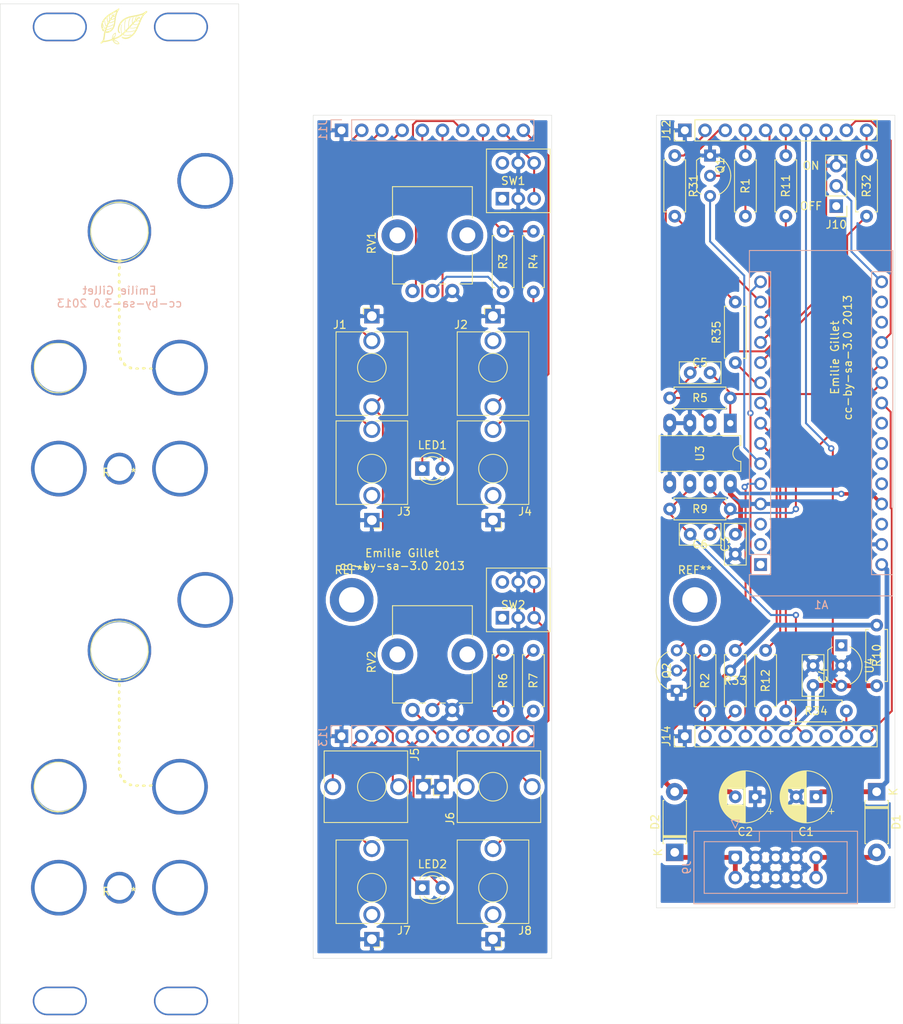
<source format=kicad_pcb>
(kicad_pcb (version 20211014) (generator pcbnew)
  (layers (0 "F.Cu" signal) (31 "B.Cu" signal) (34 "B.Paste" user) (35 "F.Paste" user) (36 "B.SilkS" user "B.Silkscreen") (37 "F.SilkS" user "F.Silkscreen") (38 "B.Mask" user) (39 "F.Mask" user) (44 "Edge.Cuts" user))
  (net 0 "")
  (net 1 "AUTONOISE")
  (net 2 "+12V")
  (net 3 "OUT2B")
  (net 4 "GND")
  (net 5 "OUT2A")
  (net 6 "Net-(A1-Pad28)")
  (net 7 "OUT1B")
  (net 8 "+5V")
  (net 9 "OUT1A")
  (net 10 "Net-(A1-Pad26)")
  (net 11 "LED2B")
  (net 12 "Net-(A1-Pad25)")
  (net 13 "LED2A")
  (net 14 "Net-(A1-Pad24)")
  (net 15 "LED1B")
  (net 16 "Net-(A1-Pad23)")
  (net 17 "LED1A")
  (net 18 "SW2")
  (net 19 "IN2")
  (net 20 "SW1")
  (net 21 "IN1")
  (net 22 "P2")
  (net 23 "P1")
  (net 24 "Net-(A1-Pad3)")
  (net 25 "Net-(A1-Pad18)")
  (net 26 "Net-(A1-Pad2)")
  (net 27 "Net-(A1-Pad17)")
  (net 28 "Net-(A1-Pad1)")
  (net 29 "-12V")
  (net 30 "Net-(J2-PadTN)")
  (net 31 "Net-(J2-PadT)")
  (net 32 "Net-(J3-PadTN)")
  (net 33 "Net-(J4-PadTN)")
  (net 34 "Net-(J6-PadTN)")
  (net 35 "Net-(J6-PadT)")
  (net 36 "Net-(J7-PadTN)")
  (net 37 "Net-(J8-PadTN)")
  (net 38 "NORM")
  (net 39 "Net-(Q1-Pad2)")
  (net 40 "Net-(Q2-Pad2)")
  (net 41 "Net-(R3-Pad2)")
  (net 42 "Net-(R6-Pad2)")
  (net 43 "-5V")
  (net 44 "Net-(SW1-Pad4)")
  (net 45 "Net-(SW1-Pad1)")
  (net 46 "Net-(SW2-Pad4)")
  (net 47 "Net-(SW2-Pad1)")
  (net 48 "_P1")
  (net 49 "_P2")
  (net 50 "_NORM")
  (net 51 "_IN1")
  (net 52 "_OUT1B")
  (net 53 "_LED1B")
  (net 54 "_OUT1A")
  (net 55 "Net-(J13-Pad8)")
  (net 56 "Net-(J14-Pad8)")
  (net 57 "_IN2")
  (net 58 "_OUT2A")
  (net 59 "_OUT2B")
  (net 60 "_LED2B")
  (net 61 "Net-(J10-Pad1)")
  (net 62 "Net-(D1-Pad2)")
  (net 63 "Net-(D2-Pad1)")
  (footprint "Capacitor_THT:CP_Radial_D6.3mm_P2.50mm" (layer "F.Cu") (at 139.7 117.475 180)
    (fp_text reference "C1")
    (fp_text value "10uF")
  )
  (footprint "Capacitor_THT:CP_Radial_D6.3mm_P2.50mm" (layer "F.Cu") (at 132.04 117.475 180)
    (fp_text reference "C2")
    (fp_text value "10uF")
  )
  (footprint "Capacitor_THT:C_Disc_D5.0mm_W2.5mm_P2.50mm" (layer "F.Cu") (at 129.54 86.955 90)
    (fp_text reference "C3")
    (fp_text value "100n")
  )
  (footprint "Capacitor_THT:C_Disc_D5.0mm_W2.5mm_P2.50mm" (layer "F.Cu") (at 139.319 100.965 -90)
    (fp_text reference "C4")
    (fp_text value "100n")
  )
  (footprint "Capacitor_THT:C_Disc_D5.0mm_W2.5mm_P2.50mm" (layer "F.Cu") (at 126.365 64.135 180)
    (fp_text reference "C5")
    (fp_text value "1n")
  )
  (footprint "Capacitor_THT:C_Disc_D5.0mm_W2.5mm_P2.50mm" (layer "F.Cu") (at 126.365 84.455 180)
    (fp_text reference "C6")
    (fp_text value "1n")
  )
  (footprint "LED_THT:LED_D3.0mm" (layer "F.Cu") (at 90.17 76.2)
    (fp_text reference "LED1")
    (fp_text value "LED_Dual_2pin")
  )
  (footprint "LED_THT:LED_D3.0mm" (layer "F.Cu") (at 90.17 128.905)
    (fp_text reference "LED2")
    (fp_text value "LED_Dual_2pin")
  )
  (footprint "PJ302M:ModdedThonkiconn" (layer "F.Cu") (at 83.82 63.5)
    (fp_text reference "J1")
    (fp_text value "Jack")
  )
  (footprint "PJ302M:ModdedThonkiconn" (layer "F.Cu") (at 99.06 63.5)
    (fp_text reference "J2")
    (fp_text value "Jack")
  )
  (footprint "PJ302M:ModdedThonkiconn" (layer "F.Cu") (at 83.82 76.2 180)
    (fp_text reference "J3")
    (fp_text value "Jack")
  )
  (footprint "PJ302M:ModdedThonkiconn" (layer "F.Cu") (at 99.06 76.2 180)
    (fp_text reference "J4")
    (fp_text value "Jack")
  )
  (footprint "PJ302M:ModdedThonkiconn" (layer "F.Cu") (at 83.82 116.205 -90)
    (fp_text reference "J5")
    (fp_text value "Jack")
  )
  (footprint "PJ302M:ModdedThonkiconn" (layer "F.Cu") (at 99.06 116.205 90)
    (fp_text reference "J6")
    (fp_text value "Jack")
  )
  (footprint "PJ302M:ModdedThonkiconn" (layer "F.Cu") (at 83.82 128.905 180)
    (fp_text reference "J7")
    (fp_text value "Jack")
  )
  (footprint "PJ302M:ModdedThonkiconn" (layer "F.Cu") (at 99.06 128.905 180)
    (fp_text reference "J8")
    (fp_text value "Jack")
  )
  (footprint "Connector_PinHeader_2.54mm:PinHeader_1x03_P2.54mm_Vertical" (layer "F.Cu") (at 142.24 43.18 180)
    (fp_text reference "J10")
    (fp_text value "Conn_3")
  )
  (footprint "Package_TO_SOT_THT:TO-92L_Inline_Wide" (layer "F.Cu") (at 126.365 36.83 -90)
    (fp_text reference "Q1")
    (fp_text value "2N3904")
  )
  (footprint "Package_TO_SOT_THT:TO-92L_Inline_Wide" (layer "F.Cu") (at 122.174 104.14 90)
    (fp_text reference "Q2")
    (fp_text value "2N3904")
  )
  (footprint "Resistor_THT:R_Axial_DIN0207_L6.3mm_D2.5mm_P7.62mm_Horizontal" (layer "F.Cu") (at 130.81 44.45 90)
    (fp_text reference "R1")
    (fp_text value "100K")
  )
  (footprint "Resistor_THT:R_Axial_DIN0207_L6.3mm_D2.5mm_P7.62mm_Horizontal" (layer "F.Cu") (at 125.73 99.06 -90)
    (fp_text reference "R2")
    (fp_text value "100K")
  )
  (footprint "Resistor_THT:R_Axial_DIN0207_L6.3mm_D2.5mm_P7.62mm_Horizontal" (layer "F.Cu") (at 100.33 46.355 -90)
    (fp_text reference "R3")
    (fp_text value "100K")
  )
  (footprint "Resistor_THT:R_Axial_DIN0207_L6.3mm_D2.5mm_P7.62mm_Horizontal" (layer "F.Cu") (at 104.14 46.355 -90)
    (fp_text reference "R4")
    (fp_text value "100K")
  )
  (footprint "Resistor_THT:R_Axial_DIN0207_L6.3mm_D2.5mm_P7.62mm_Horizontal" (layer "F.Cu") (at 128.905 67.31 180)
    (fp_text reference "R5")
    (fp_text value "100K")
  )
  (footprint "Resistor_THT:R_Axial_DIN0207_L6.3mm_D2.5mm_P7.62mm_Horizontal" (layer "F.Cu") (at 100.33 106.68 90)
    (fp_text reference "R6")
    (fp_text value "100K")
  )
  (footprint "Resistor_THT:R_Axial_DIN0207_L6.3mm_D2.5mm_P7.62mm_Horizontal" (layer "F.Cu") (at 104.14 99.06 -90)
    (fp_text reference "R7")
    (fp_text value "100K")
  )
  (footprint "Resistor_THT:R_Axial_DIN0207_L6.3mm_D2.5mm_P7.62mm_Horizontal" (layer "F.Cu") (at 128.905 81.28 180)
    (fp_text reference "R9")
    (fp_text value "100K")
  )
  (footprint "Resistor_THT:R_Axial_DIN0207_L6.3mm_D2.5mm_P7.62mm_Horizontal" (layer "F.Cu") (at 147.32 95.885 -90)
    (fp_text reference "R10")
    (fp_text value "5.1k")
  )
  (footprint "Resistor_THT:R_Axial_DIN0207_L6.3mm_D2.5mm_P7.62mm_Horizontal" (layer "F.Cu") (at 135.89 44.45 90)
    (fp_text reference "R11")
    (fp_text value "220")
  )
  (footprint "Resistor_THT:R_Axial_DIN0207_L6.3mm_D2.5mm_P7.62mm_Horizontal" (layer "F.Cu") (at 133.35 99.06 -90)
    (fp_text reference "R12")
    (fp_text value "220")
  )
  (footprint "Resistor_THT:R_Axial_DIN0207_L6.3mm_D2.5mm_P7.62mm_Horizontal" (layer "F.Cu") (at 121.92 36.83 -90)
    (fp_text reference "R31")
    (fp_text value "1K")
  )
  (footprint "Resistor_THT:R_Axial_DIN0207_L6.3mm_D2.5mm_P7.62mm_Horizontal" (layer "F.Cu") (at 146.05 36.83 -90)
    (fp_text reference "R32")
    (fp_text value "1K")
  )
  (footprint "Resistor_THT:R_Axial_DIN0207_L6.3mm_D2.5mm_P7.62mm_Horizontal" (layer "F.Cu") (at 129.54 106.68 90)
    (fp_text reference "R33")
    (fp_text value "1K")
  )
  (footprint "Resistor_THT:R_Axial_DIN0207_L6.3mm_D2.5mm_P7.62mm_Horizontal" (layer "F.Cu") (at 143.51 106.68 180)
    (fp_text reference "R34")
    (fp_text value "1K")
  )
  (footprint "Resistor_THT:R_Axial_DIN0207_L6.3mm_D2.5mm_P7.62mm_Horizontal" (layer "F.Cu") (at 129.54 62.865 90)
    (fp_text reference "R35")
    (fp_text value "1K")
  )
  (footprint "PJ302M:ModdedPotentiometer" (layer "F.Cu") (at 91.44 46.355 90)
    (fp_text reference "RV1")
    (fp_text value "R_POT")
  )
  (footprint "PJ302M:ModdedPotentiometer" (layer "F.Cu") (at 91.44 99.06 90)
    (fp_text reference "RV2")
    (fp_text value "R_POT")
  )
  (footprint "PJ302M:DPDT_Momentary_Push_Button_Switch" (layer "F.Cu") (at 102.235 40.005 90)
    (fp_text reference "SW1")
    (fp_text value "SW_Push_DPDT")
  )
  (footprint "PJ302M:DPDT_Momentary_Push_Button_Switch" (layer "F.Cu") (at 102.235 92.71 90)
    (fp_text reference "SW2")
    (fp_text value "SW_Push_DPDT")
  )
  (footprint "Package_DIP:DIP-8_W7.62mm_LongPads" (layer "F.Cu") (at 128.905 70.485 -90)
    (fp_text reference "U3")
    (fp_text value "MCP6002-xP")
  )
  (footprint "Package_TO_SOT_THT:TO-92L_Inline_Wide" (layer "F.Cu") (at 142.875 98.425 -90)
    (fp_text reference "U4")
    (fp_text value "LM4040LP-5")
  )
  (footprint "Diode_THT:D_DO-41_SOD81_P7.62mm_Horizontal" (layer "F.Cu") (at 147.32 116.84 -90)
    (fp_text reference "D1")
    (fp_text value "1N4001")
  )
  (footprint "Diode_THT:D_DO-41_SOD81_P7.62mm_Horizontal" (layer "F.Cu") (at 121.92 124.46 90)
    (fp_text reference "D2")
    (fp_text value "1N4001")
  )
  (footprint "Connector_PinHeader_2.54mm:PinHeader_1x10_P2.54mm_Vertical" (layer "F.Cu") (at 123.19 33.655 90)
    (fp_text reference "J12")
    (fp_text value "Conn_01x10_Female")
  )
  (footprint "Connector_PinHeader_2.54mm:PinHeader_1x10_P2.54mm_Vertical" (layer "F.Cu") (at 123.19 109.855 90)
    (fp_text reference "J14")
    (fp_text value "Conn_01x10_Female")
  )
  (footprint "PJ302M:jack_hole_6.1" (layer "F.Cu") (at 62.865 40.005)
    (fp_text reference "REF**")
    (fp_text value "jack_hole_6.1")
  )
  (footprint "PJ302M:jack_hole_6.1" (layer "F.Cu") (at 62.865 92.71)
    (fp_text reference "REF**")
    (fp_text value "jack_hole_6.1")
  )
  (footprint "PJ302M:jack_hole_6.1" (layer "F.Cu") (at 59.69 116.205)
    (fp_text reference "REF**")
    (fp_text value "jack_hole_6.1")
  )
  (footprint "PJ302M:jack_hole_6.1" (layer "F.Cu") (at 44.45 116.205)
    (fp_text reference "REF**")
    (fp_text value "jack_hole_6.1")
  )
  (footprint "PJ302M:jack_hole_6.1" (layer "F.Cu") (at 44.45 128.905)
    (fp_text reference "REF**")
    (fp_text value "jack_hole_6.1")
  )
  (footprint "PJ302M:jack_hole_6.1" (layer "F.Cu") (at 59.69 128.905)
    (fp_text reference "REF**")
    (fp_text value "jack_hole_6.1")
  )
  (footprint "PJ302M:led_hole_3.1" (layer "F.Cu") (at 52.07 128.905)
    (fp_text reference "REF**")
    (fp_text value "led_hole_3.1")
  )
  (footprint "PJ302M:pot_hole_7.1" (layer "F.Cu") (at 52.07 99.06)
    (fp_text reference "REF**")
    (fp_text value "pot_hole_7.1")
  )
  (footprint "PJ302M:led_hole_3.1" (layer "F.Cu") (at 52.07 76.2)
    (fp_text reference "REF**")
    (fp_text value "led_hole_3.1")
  )
  (footprint "PJ302M:jack_hole_6.1" (layer "F.Cu") (at 44.45 63.5)
    (fp_text reference "REF**")
    (fp_text value "jack_hole_6.1")
  )
  (footprint "PJ302M:pot_hole_7.1" (layer "F.Cu") (at 52.07 46.355)
    (fp_text reference "REF**")
    (fp_text value "pot_hole_7.1")
  )
  (footprint "PJ302M:jack_hole_6.1" (layer "F.Cu") (at 59.69 76.2)
    (fp_text reference "REF**")
    (fp_text value "jack_hole_6.1")
  )
  (footprint "PJ302M:jack_hole_6.1" (layer "F.Cu") (at 44.45 76.2)
    (fp_text reference "REF**")
    (fp_text value "jack_hole_6.1")
  )
  (footprint "PJ302M:jack_hole_6.1" (layer "F.Cu") (at 62.865 40.005)
    (fp_text reference "REF**")
    (fp_text value "jack_hole_6.1")
  )
  (footprint "PJ302M:jack_hole_6.1" (layer "F.Cu") (at 59.69 63.5)
    (fp_text reference "REF**")
    (fp_text value "jack_hole_6.1")
  )
  (footprint "PJ302M:screw_hole_3.2" (layer "F.Cu") (at 44.57 143.15)
    (fp_text reference "REF**")
    (fp_text value "screw_hole_3.2")
  )
  (footprint "PJ302M:screw_hole_3.2" (layer "F.Cu") (at 59.81 143.15)
    (fp_text reference "REF**")
    (fp_text value "screw_hole_3.2")
  )
  (footprint "PJ302M:screw_hole_3.2" (layer "F.Cu") (at 44.57 20.65)
    (fp_text reference "REF**")
    (fp_text value "screw_hole_3.2")
  )
  (footprint "PJ302M:screw_hole_3.2" (layer "F.Cu") (at 59.81 20.65)
    (fp_text reference "REF**")
    (fp_text value "screw_hole_3.2")
  )
  (footprint "PJ302M:branches" (layer "F.Cu") (at 42.25 79.5)
    (fp_text reference "G***" hide)
    (fp_text value "LOGO" hide)
  )
  (footprint "PJ302M:leaves 4" (layer "F.Cu") (at 52.07 20.32)
    (fp_text reference "" hide)
    (fp_text value "" hide)
  )
  (footprint "MountingHole:MountingHole_3.2mm_M3_ISO14580_Pad" (layer "F.Cu") (at 124.46 92.71)
    (fp_text reference "REF**")
    (fp_text value "MountingHole_3.2mm_M3_ISO14580_Pad")
  )
  (footprint "MountingHole:MountingHole_3.2mm_M3_ISO14580_Pad" (layer "F.Cu") (at 81.28 92.71)
    (fp_text reference "REF**")
    (fp_text value "MountingHole_3.2mm_M3_ISO14580_Pad")
  )
  (footprint "Module:Arduino_Nano" (layer "B.Cu") (at 132.715 88.265)
    (fp_text reference "A1")
    (fp_text value "Arduino_Nano_v3.x")
  )
  (footprint "Connector_IDC:IDC-Header_2x05_P2.54mm_Vertical" (layer "B.Cu") (at 129.54 125.095 -90)
    (fp_text reference "J9")
    (fp_text value "Conn_02x05_Odd_Even")
  )
  (footprint "Connector_PinHeader_2.54mm:PinHeader_1x10_P2.54mm_Vertical" (layer "B.Cu") (at 80.01 33.655 -90)
    (fp_text reference "J11")
    (fp_text value "Conn_01x10_Male")
  )
  (footprint "Connector_PinHeader_2.54mm:PinHeader_1x10_P2.54mm_Vertical" (layer "B.Cu") (at 80.01 109.855 -90)
    (fp_text reference "J13")
    (fp_text value "Conn_01x10_Male")
  )
  (gr_line (start 106.44 137.795) (end 106.44 31.75) (layer "Edge.Cuts") (width 0.05))
  (gr_line (start 119.62 131.445) (end 149.62 131.445) (layer "Edge.Cuts") (width 0.05))
  (gr_line (start 119.62 31.75) (end 119.62 131.445) (layer "Edge.Cuts") (width 0.05))
  (gr_line (start 149.62 131.445) (end 149.62 31.75) (layer "Edge.Cuts") (width 0.05))
  (gr_line (start 119.62 31.75) (end 149.62 31.75) (layer "Edge.Cuts") (width 0.05))
  (gr_line (start 37.07 17.75) (end 67.07 17.75) (layer "Edge.Cuts") (width 0.05))
  (gr_line (start 37.07 146.05) (end 67.07 146.05) (layer "Edge.Cuts") (width 0.05))
  (gr_line (start 37.07 17.75) (end 37.07 146.05) (layer "Edge.Cuts") (width 0.05))
  (gr_line (start 67.07 17.75) (end 67.07 146.05) (layer "Edge.Cuts") (width 0.05))
  (gr_line (start 76.44 137.795) (end 106.44 137.795) (layer "Edge.Cuts") (width 0.05))
  (gr_line (start 76.44 31.75) (end 106.44 31.75) (layer "Edge.Cuts") (width 0.05))
  (gr_line (start 76.44 31.75) (end 76.44 137.795) (layer "Edge.Cuts") (width 0.05))
  (gr_text "Emilie Gillet\ncc-by-sa-3.0 2013" (at 52.07 54.61) (layer "B.SilkS") (effects (font (size 1 1)) (justify mirror)))
  (gr_text "OFF" (at 139.065 43.18) (layer "F.SilkS") (effects (font (size 1 1))))
  (gr_text "Emilie Gillet\ncc-by-sa-3.0 2013" (at 142.875 62.23 90) (layer "F.SilkS") (effects (font (size 1 1))))
  (gr_text "Emilie Gillet\ncc-by-sa-3.0 2013" (at 87.63 87.63) (layer "F.SilkS") (effects (font (size 1 1))))
  (gr_text "ON" (at 139.065 38.1) (layer "F.SilkS") (effects (font (size 1 1))))
  (segment (start 144.145 48.895) (end 147.955 52.705) (width 0.25) (layer "B.Cu") (net 1))
  (segment (start 144.145 42.545) (end 144.145 48.895) (width 0.25) (layer "B.Cu") (net 1))
  (segment (start 142.24 40.64) (end 144.145 42.545) (width 0.25) (layer "B.Cu") (net 1))
  (segment (start 139.7 117.475) (end 140.335 116.84) (width 0.6) (layer "F.Cu") (net 2))
  (segment (start 140.335 116.84) (end 147.32 116.84) (width 0.6) (layer "F.Cu") (net 2))
  (segment (start 147.32 116.84) (end 148.620001 115.539999) (width 0.6) (layer "B.Cu") (net 2))
  (segment (start 148.620001 115.539999) (end 148.620001 88.930001) (width 0.6) (layer "B.Cu") (net 2))
  (segment (start 148.620001 88.930001) (end 147.955 88.265) (width 0.6) (layer "B.Cu") (net 2))
  (segment (start 135.89 71.12) (end 132.715 67.945) (width 0.25) (layer "F.Cu") (net 3))
  (segment (start 135.89 106.68) (end 135.89 71.12) (width 0.25) (layer "F.Cu") (net 3))
  (segment (start 129.54 99.06) (end 131.445 97.155) (width 0.25) (layer "F.Cu") (net 5))
  (segment (start 131.445 97.155) (end 131.445 69.215) (width 0.25) (layer "F.Cu") (net 5))
  (via (at 131.445 69.215) (size 0.8) (drill 0.4) (layers "F.Cu" "B.Cu") (net 5))
  (segment (start 131.445 69.215) (end 131.445 53.975) (width 0.25) (layer "B.Cu") (net 5))
  (segment (start 131.445 53.975) (end 132.715 52.705) (width 0.25) (layer "B.Cu") (net 5))
  (segment (start 143.604999 51.975001) (end 143.604999 46.895001) (width 0.25) (layer "F.Cu") (net 7))
  (segment (start 132.715 62.865) (end 143.604999 51.975001) (width 0.25) (layer "F.Cu") (net 7))
  (segment (start 143.604999 46.895001) (end 146.05 44.45) (width 0.25) (layer "F.Cu") (net 7))
  (segment (start 130.205001 80.655999) (end 130.205001 83.789999) (width 0.6) (layer "F.Cu") (net 8))
  (segment (start 130.205001 83.789999) (end 129.54 84.455) (width 0.6) (layer "F.Cu") (net 8))
  (segment (start 128.905 79.355998) (end 130.205001 80.655999) (width 0.6) (layer "F.Cu") (net 8))
  (segment (start 142.875 79.375) (end 146.685 79.375) (width 0.45) (layer "F.Cu") (net 8))
  (segment (start 146.685 79.375) (end 147.955 80.645) (width 0.45) (layer "F.Cu") (net 8))
  (segment (start 128.905 78.105) (end 128.905 79.355998) (width 0.6) (layer "F.Cu") (net 8))
  (via (at 142.875 79.375) (size 0.8) (drill 0.4) (layers "F.Cu" "B.Cu") (net 8))
  (segment (start 142.830001 79.330001) (end 142.875 79.375) (width 0.45) (layer "B.Cu") (net 8))
  (segment (start 130.130001 79.330001) (end 128.905 78.105) (width 0.45) (layer "B.Cu") (net 8))
  (segment (start 130.130001 79.330001) (end 142.830001 79.330001) (width 0.45) (layer "B.Cu") (net 8))
  (segment (start 132.715 55.245) (end 121.92 44.45) (width 0.25) (layer "F.Cu") (net 9))
  (segment (start 135.190029 97.219971) (end 133.35 99.06) (width 0.25) (layer "F.Cu") (net 11))
  (segment (start 135.190029 72.960029) (end 135.190029 97.219971) (width 0.25) (layer "F.Cu") (net 11))
  (segment (start 132.715 70.485) (end 135.190029 72.960029) (width 0.25) (layer "F.Cu") (net 11))
  (segment (start 88.590001 110.815001) (end 88.590001 127.325001) (width 0.25) (layer "F.Cu") (net 13))
  (segment (start 134.74002 75.05002) (end 132.715 73.025) (width 0.25) (layer "F.Cu") (net 13))
  (segment (start 134.74002 96.004978) (end 134.74002 75.05002) (width 0.25) (layer "F.Cu") (net 13))
  (segment (start 88.590001 127.325001) (end 90.17 128.905) (width 0.25) (layer "F.Cu") (net 13))
  (segment (start 87.63 109.855) (end 88.590001 110.815001) (width 0.25) (layer "F.Cu") (net 13))
  (segment (start 130.81 99.934998) (end 134.74002 96.004978) (width 0.25) (layer "F.Cu") (net 13))
  (segment (start 130.81 109.855) (end 130.81 99.934998) (width 0.25) (layer "F.Cu") (net 13))
  (segment (start 135.89 44.45) (end 135.89 57.15) (width 0.25) (layer "F.Cu") (net 15))
  (segment (start 135.89 57.15) (end 132.715 60.325) (width 0.25) (layer "F.Cu") (net 15))
  (segment (start 133.840001 56.659999) (end 133.840001 34.145001) (width 0.25) (layer "F.Cu") (net 17))
  (segment (start 133.840001 34.145001) (end 133.35 33.655) (width 0.25) (layer "F.Cu") (net 17))
  (segment (start 90.17 76.2) (end 90.17 33.655) (width 0.25) (layer "F.Cu") (net 17))
  (segment (start 132.715 57.785) (end 133.840001 56.659999) (width 0.25) (layer "F.Cu") (net 17))
  (segment (start 149.225 81.28) (end 149.080001 81.135001) (width 0.25) (layer "F.Cu") (net 18))
  (segment (start 104.072081 109.855) (end 106.045 107.882081) (width 0.25) (layer "F.Cu") (net 18))
  (segment (start 149.225 106.68) (end 149.225 81.28) (width 0.25) (layer "F.Cu") (net 18))
  (segment (start 106.045 107.882081) (end 106.045 96.77) (width 0.25) (layer "F.Cu") (net 18))
  (segment (start 149.080001 69.070001) (end 147.955 67.945) (width 0.25) (layer "F.Cu") (net 18))
  (segment (start 104.235 94.96) (end 104.235 90.46) (width 0.25) (layer "F.Cu") (net 18))
  (segment (start 146.05 109.855) (end 149.225 106.68) (width 0.25) (layer "F.Cu") (net 18))
  (segment (start 149.080001 81.135001) (end 149.080001 69.070001) (width 0.25) (layer "F.Cu") (net 18))
  (segment (start 106.045 96.77) (end 104.235 94.96) (width 0.25) (layer "F.Cu") (net 18))
  (segment (start 102.87 109.855) (end 104.072081 109.855) (width 0.25) (layer "F.Cu") (net 18))
  (segment (start 122.174 99.06) (end 124.079 97.155) (width 0.25) (layer "F.Cu") (net 19))
  (segment (start 129.54 97.155) (end 130.830011 95.864989) (width 0.25) (layer "F.Cu") (net 19))
  (segment (start 130.830011 78.615012) (end 130.72 78.505001) (width 0.25) (layer "F.Cu") (net 19))
  (segment (start 130.830011 95.864989) (end 130.830011 78.615012) (width 0.25) (layer "F.Cu") (net 19))
  (segment (start 124.079 97.155) (end 129.54 97.155) (width 0.25) (layer "F.Cu") (net 19))
  (via (at 130.72 78.505001) (size 0.8) (drill 0.4) (layers "F.Cu" "B.Cu") (net 19))
  (segment (start 132.715 78.105) (end 131.120001 78.105) (width 0.25) (layer "B.Cu") (net 19))
  (segment (start 131.120001 78.105) (end 130.72 78.505001) (width 0.25) (layer "B.Cu") (net 19))
  (segment (start 149.080001 34.945999) (end 146.614001 32.479999) (width 0.25) (layer "F.Cu") (net 20))
  (segment (start 147.955 60.325) (end 149.080001 59.199999) (width 0.25) (layer "F.Cu") (net 20))
  (segment (start 100.33 33.85) (end 100.33 33.655) (width 0.25) (layer "F.Cu") (net 20))
  (segment (start 104.235 42.255) (end 104.235 37.755) (width 0.25) (layer "F.Cu") (net 20))
  (segment (start 144.685001 32.479999) (end 143.51 33.655) (width 0.25) (layer "F.Cu") (net 20))
  (segment (start 146.614001 32.479999) (end 144.685001 32.479999) (width 0.25) (layer "F.Cu") (net 20))
  (segment (start 104.235 37.755) (end 100.33 33.85) (width 0.25) (layer "F.Cu") (net 20))
  (segment (start 149.080001 59.199999) (end 149.080001 34.945999) (width 0.25) (layer "F.Cu") (net 20))
  (segment (start 126.365 47.625) (end 130.665001 51.925001) (width 0.25) (layer "B.Cu") (net 21))
  (segment (start 130.665001 73.515001) (end 132.715 75.565) (width 0.25) (layer "B.Cu") (net 21))
  (segment (start 130.665001 51.925001) (end 130.665001 73.515001) (width 0.25) (layer "B.Cu") (net 21))
  (segment (start 126.365 41.91) (end 126.365 47.625) (width 0.25) (layer "B.Cu") (net 21))
  (segment (start 126.365 78.105) (end 126.365 78.74) (width 0.25) (layer "F.Cu") (net 22))
  (segment (start 137.16 76.2) (end 147.955 65.405) (width 0.25) (layer "F.Cu") (net 22))
  (segment (start 137.16 81.28) (end 137.16 76.2) (width 0.25) (layer "F.Cu") (net 22))
  (segment (start 126.365 84.455) (end 128.905 81.915) (width 0.25) (layer "F.Cu") (net 22))
  (segment (start 126.365 78.74) (end 128.905 81.28) (width 0.25) (layer "F.Cu") (net 22))
  (segment (start 128.905 81.915) (end 128.905 81.28) (width 0.25) (layer "F.Cu") (net 22))
  (via (at 137.16 81.28) (size 0.8) (drill 0.4) (layers "F.Cu" "B.Cu") (net 22))
  (segment (start 129.395001 81.770001) (end 136.669999 81.770001) (width 0.25) (layer "B.Cu") (net 22))
  (segment (start 136.669999 81.770001) (end 137.16 81.28) (width 0.25) (layer "B.Cu") (net 22))
  (segment (start 128.905 81.28) (end 129.395001 81.770001) (width 0.25) (layer "B.Cu") (net 22))
  (segment (start 129.395001 66.819999) (end 144.000001 66.819999) (width 0.25) (layer "F.Cu") (net 23))
  (segment (start 126.365 64.135) (end 128.905 66.675) (width 0.25) (layer "F.Cu") (net 23))
  (segment (start 128.905 67.31) (end 128.905 70.485) (width 0.25) (layer "F.Cu") (net 23))
  (segment (start 128.905 66.675) (end 128.905 67.31) (width 0.25) (layer "F.Cu") (net 23))
  (segment (start 144.000001 66.819999) (end 147.955 62.865) (width 0.25) (layer "F.Cu") (net 23))
  (segment (start 128.905 67.31) (end 129.395001 66.819999) (width 0.25) (layer "F.Cu") (net 23))
  (segment (start 120.820001 115.740001) (end 120.820001 109.684999) (width 0.6) (layer "F.Cu") (net 29))
  (segment (start 120.820001 109.684999) (end 128.905 101.6) (width 0.6) (layer "F.Cu") (net 29))
  (segment (start 121.92 116.84) (end 128.905 116.84) (width 0.6) (layer "F.Cu") (net 29))
  (segment (start 121.92 116.84) (end 120.820001 115.740001) (width 0.6) (layer "F.Cu") (net 29))
  (segment (start 128.905 116.84) (end 129.54 117.475) (width 0.6) (layer "F.Cu") (net 29))
  (via (at 128.905 101.6) (size 1.5) (drill 0.8) (layers "F.Cu" "B.Cu") (net 29))
  (segment (start 134.600998 95.885) (end 147.32 95.885) (width 0.6) (layer "B.Cu") (net 29))
  (segment (start 128.905 101.6) (end 134.600998 95.904002) (width 0.6) (layer "B.Cu") (net 29))
  (segment (start 134.600998 95.904002) (end 134.600998 95.885) (width 0.6) (layer "B.Cu") (net 29))
  (segment (start 104.14 63.34) (end 104.14 53.975) (width 0.25) (layer "F.Cu") (net 31))
  (segment (start 99.06 68.42) (end 104.14 63.34) (width 0.25) (layer "F.Cu") (net 31))
  (segment (start 101.505001 109.314999) (end 101.505001 113.730001) (width 0.25) (layer "F.Cu") (net 35))
  (segment (start 104.14 106.68) (end 101.505001 109.314999) (width 0.25) (layer "F.Cu") (net 35))
  (segment (start 101.505001 113.730001) (end 103.98 116.205) (width 0.25) (layer "F.Cu") (net 35))
  (segment (start 129.54 62.865) (end 132.08 65.405) (width 0.25) (layer "F.Cu") (net 38))
  (segment (start 132.08 65.405) (end 132.715 65.405) (width 0.25) (layer "F.Cu") (net 38))
  (segment (start 127.635 39.37) (end 126.365 39.37) (width 0.25) (layer "F.Cu") (net 39))
  (segment (start 130.81 42.545) (end 127.635 39.37) (width 0.25) (layer "F.Cu") (net 39))
  (segment (start 130.81 44.45) (end 130.81 42.545) (width 0.25) (layer "F.Cu") (net 39))
  (segment (start 125.73 99.06) (end 123.19 101.6) (width 0.25) (layer "F.Cu") (net 40))
  (segment (start 123.19 101.6) (end 122.174 101.6) (width 0.25) (layer "F.Cu") (net 40))
  (segment (start 98.425 52.07) (end 100.33 53.975) (width 0.25) (layer "B.Cu") (net 41))
  (segment (start 93.225 52.07) (end 98.425 52.07) (width 0.25) (layer "B.Cu") (net 41))
  (segment (start 91.44 53.855) (end 93.225 52.07) (width 0.25) (layer "B.Cu") (net 41))
  (segment (start 95.885 103.505) (end 100.33 99.06) (width 0.25) (layer "F.Cu") (net 42))
  (segment (start 94.495 103.505) (end 95.885 103.505) (width 0.25) (layer "F.Cu") (net 42))
  (segment (start 91.44 106.56) (end 94.495 103.505) (width 0.25) (layer "F.Cu") (net 42))
  (segment (start 89.365001 53.429999) (end 88.94 53.855) (width 0.25) (layer "F.Cu") (net 43))
  (segment (start 142.875 103.505) (end 147.32 103.505) (width 0.6) (layer "F.Cu") (net 43))
  (segment (start 88.94 106.56) (end 92.235 109.855) (width 0.25) (layer "F.Cu") (net 43))
  (segment (start 92.235 109.855) (end 92.71 109.855) (width 0.25) (layer "F.Cu") (net 43))
  (segment (start 94.074999 32.479999) (end 89.440001 32.479999) (width 0.25) (layer "F.Cu") (net 43))
  (segment (start 142.875 103.505) (end 141.799999 102.429999) (width 0.25) (layer "F.Cu") (net 43))
  (segment (start 141.799999 102.429999) (end 141.799999 73.854999) (width 0.25) (layer "F.Cu") (net 43))
  (segment (start 88.994999 44.544999) (end 89.365001 44.915001) (width 0.25) (layer "F.Cu") (net 43))
  (segment (start 89.440001 32.479999) (end 88.994999 32.925001) (width 0.25) (layer "F.Cu") (net 43))
  (segment (start 95.25 33.655) (end 94.074999 32.479999) (width 0.25) (layer "F.Cu") (net 43))
  (segment (start 142.835 103.465) (end 142.875 103.505) (width 0.6) (layer "F.Cu") (net 43))
  (segment (start 141.799999 73.854999) (end 141.605 73.66) (width 0.25) (layer "F.Cu") (net 43))
  (segment (start 89.365001 44.915001) (end 89.365001 53.429999) (width 0.25) (layer "F.Cu") (net 43))
  (segment (start 88.994999 32.925001) (end 88.994999 44.544999) (width 0.25) (layer "F.Cu") (net 43))
  (segment (start 139.319 103.465) (end 142.835 103.465) (width 0.6) (layer "F.Cu") (net 43))
  (via (at 141.605 73.66) (size 0.8) (drill 0.4) (layers "F.Cu" "B.Cu") (net 43))
  (segment (start 141.605 73.66) (end 138.43 70.485) (width 0.25) (layer "B.Cu") (net 43))
  (segment (start 139.319 106.426) (end 139.319 103.465) (width 0.45) (layer "B.Cu") (net 43))
  (segment (start 135.89 109.855) (end 139.319 106.426) (width 0.45) (layer "B.Cu") (net 43))
  (segment (start 138.43 70.485) (end 138.43 33.655) (width 0.25) (layer "B.Cu") (net 43))
  (segment (start 123.19 67.31) (end 126.365 70.485) (width 0.25) (layer "F.Cu") (net 48))
  (segment (start 140.97 53.735002) (end 140.97 33.655) (width 0.25) (layer "F.Cu") (net 48))
  (segment (start 126.549999 61.450001) (end 133.255001 61.450001) (width 0.25) (layer "F.Cu") (net 48))
  (segment (start 97.79 33.655) (end 97.79 43.815) (width 0.25) (layer "F.Cu") (net 48))
  (segment (start 121.285 67.31) (end 123.19 67.31) (width 0.25) (layer "F.Cu") (net 48))
  (segment (start 123.865 64.135) (end 126.549999 61.450001) (width 0.25) (layer "F.Cu") (net 48))
  (segment (start 133.255001 61.450001) (end 140.97 53.735002) (width 0.25) (layer "F.Cu") (net 48))
  (segment (start 97.79 43.815) (end 100.33 46.355) (width 0.25) (layer "F.Cu") (net 48))
  (segment (start 104.14 46.355) (end 100.33 46.355) (width 0.25) (layer "F.Cu") (net 48))
  (segment (start 123.865 64.73) (end 123.865 64.135) (width 0.25) (layer "F.Cu") (net 48))
  (segment (start 121.285 67.31) (end 123.865 64.73) (width 0.25) (layer "F.Cu") (net 48))
  (segment (start 123.825 78.105) (end 123.825 78.74) (width 0.25) (layer "F.Cu") (net 49))
  (segment (start 123.865 84.455) (end 121.285 81.875) (width 0.25) (layer "F.Cu") (net 49))
  (segment (start 100.33 106.68) (end 100.33 102.87) (width 0.25) (layer "F.Cu") (net 49))
  (segment (start 100.33 102.87) (end 104.14 99.06) (width 0.25) (layer "F.Cu") (net 49))
  (segment (start 137.16 108.585) (end 137.16 94.615) (width 0.25) (layer "F.Cu") (net 49))
  (segment (start 123.825 78.74) (end 121.285 81.28) (width 0.25) (layer "F.Cu") (net 49))
  (segment (start 121.285 81.875) (end 121.285 81.28) (width 0.25) (layer "F.Cu") (net 49))
  (segment (start 95.25 109.855) (end 98.425 106.68) (width 0.25) (layer "F.Cu") (net 49))
  (segment (start 138.43 109.855) (end 137.16 108.585) (width 0.25) (layer "F.Cu") (net 49))
  (segment (start 98.425 106.68) (end 100.33 106.68) (width 0.25) (layer "F.Cu") (net 49))
  (via (at 137.16 94.615) (size 0.8) (drill 0.4) (layers "F.Cu" "B.Cu") (net 49))
  (segment (start 137.16 94.615) (end 134.025 94.615) (width 0.25) (layer "B.Cu") (net 49))
  (segment (start 134.025 94.615) (end 123.865 84.455) (width 0.25) (layer "B.Cu") (net 49))
  (segment (start 81.915 58.215) (end 83.82 60.12) (width 0.25) (layer "F.Cu") (net 50))
  (segment (start 129.54 55.245) (end 120.794999 46.499999) (width 0.25) (layer "F.Cu") (net 50))
  (segment (start 120.794999 46.499999) (end 120.794999 40.314999) (width 0.25) (layer "F.Cu") (net 50))
  (segment (start 127.454998 33.655) (end 128.27 33.655) (width 0.25) (layer "F.Cu") (net 50))
  (segment (start 85.09 33.655) (end 81.915 36.83) (width 0.25) (layer "F.Cu") (net 50))
  (segment (start 120.794999 40.314999) (end 127.454998 33.655) (width 0.25) (layer "F.Cu") (net 50))
  (segment (start 81.915 36.83) (end 81.915 58.215) (width 0.25) (layer "F.Cu") (net 50))
  (segment (start 84.455 54.61) (end 86.36 56.515) (width 0.25) (layer "F.Cu") (net 51))
  (segment (start 85.210001 69.810001) (end 85.210001 94.494999) (width 0.25) (layer "F.Cu") (net 51))
  (segment (start 87.63 33.655) (end 84.455 36.83) (width 0.25) (layer "F.Cu") (net 51))
  (segment (start 83.82 68.42) (end 85.210001 69.810001) (width 0.25) (layer "F.Cu") (net 51))
  (segment (start 83.82 106.845998) (end 86.454999 109.480997) (width 0.25) (layer "F.Cu") (net 51))
  (segment (start 84.455 36.83) (end 84.455 54.61) (width 0.25) (layer "F.Cu") (net 51))
  (segment (start 85.210001 94.494999) (end 83.82 95.885) (width 0.25) (layer "F.Cu") (net 51))
  (segment (start 86.454999 115.459999) (end 87.2 116.205) (width 0.25) (layer "F.Cu") (net 51))
  (segment (start 86.454999 109.480997) (end 86.454999 115.459999) (width 0.25) (layer "F.Cu") (net 51))
  (segment (start 130.81 33.655) (end 130.81 36.83) (width 0.25) (layer "F.Cu") (net 51))
  (segment (start 83.82 95.885) (end 83.82 106.845998) (width 0.25) (layer "F.Cu") (net 51))
  (segment (start 86.36 56.515) (end 86.36 65.88) (width 0.25) (layer "F.Cu") (net 51))
  (segment (start 86.36 65.88) (end 83.82 68.42) (width 0.25) (layer "F.Cu") (net 51))
  (segment (start 106.045 36.83) (end 106.045 64.295) (width 0.25) (layer "F.Cu") (net 52))
  (segment (start 146.05 33.655) (end 146.05 36.83) (width 0.25) (layer "F.Cu") (net 52))
  (segment (start 102.87 33.655) (end 106.045 36.83) (width 0.25) (layer "F.Cu") (net 52))
  (segment (start 106.045 64.295) (end 99.06 71.28) (width 0.25) (layer "F.Cu") (net 52))
  (segment (start 135.89 33.655) (end 135.89 36.83) (width 0.25) (layer "F.Cu") (net 53))
  (segment (start 92.71 33.655) (end 92.71 76.2) (width 0.25) (layer "F.Cu") (net 53))
  (segment (start 121.92 36.83) (end 123.05137 36.83) (width 0.25) (layer "F.Cu") (net 54))
  (segment (start 80.645 68.105) (end 80.645 35.56) (width 0.25) (layer "F.Cu") (net 54))
  (segment (start 80.645 35.56) (end 82.55 33.655) (width 0.25) (layer "F.Cu") (net 54))
  (segment (start 125.73 34.15137) (end 125.73 33.655) (width 0.25) (layer "F.Cu") (net 54))
  (segment (start 83.82 71.28) (end 80.645 68.105) (width 0.25) (layer "F.Cu") (net 54))
  (segment (start 123.05137 36.83) (end 125.73 34.15137) (width 0.25) (layer "F.Cu") (net 54))
  (segment (start 78.9 116.205) (end 78.9 113.505) (width 0.25) (layer "F.Cu") (net 57))
  (segment (start 78.9 113.505) (end 82.55 109.855) (width 0.25) (layer "F.Cu") (net 57))
  (segment (start 125.73 109.855) (end 125.73 106.68) (width 0.25) (layer "F.Cu") (net 57))
  (segment (start 85.09 109.855) (end 81.28 113.665) (width 0.25) (layer "F.Cu") (net 58))
  (segment (start 81.28 113.665) (end 81.28 121.445) (width 0.25) (layer "F.Cu") (net 58))
  (segment (start 128.27 109.855) (end 128.27 107.95) (width 0.25) (layer "F.Cu") (net 58))
  (segment (start 81.28 121.445) (end 83.82 123.985) (width 0.25) (layer "F.Cu") (net 58))
  (segment (start 128.27 107.95) (end 129.54 106.68) (width 0.25) (layer "F.Cu") (net 58))
  (segment (start 100.33 109.855) (end 100.33 122.715) (width 0.25) (layer "F.Cu") (net 59))
  (segment (start 100.33 122.715) (end 99.06 123.985) (width 0.25) (layer "F.Cu") (net 59))
  (segment (start 143.51 109.855) (end 143.51 106.68) (width 0.25) (layer "F.Cu") (net 59))
  (segment (start 133.35 109.855) (end 133.35 106.68) (width 0.25) (layer "F.Cu") (net 60))
  (segment (start 90.17 109.855) (end 89.059999 110.965001) (width 0.25) (layer "F.Cu") (net 60))
  (segment (start 89.059999 125.254999) (end 92.71 128.905) (width 0.25) (layer "F.Cu") (net 60))
  (segment (start 89.059999 110.965001) (end 89.059999 125.254999) (width 0.25) (layer "F.Cu") (net 60))
  (segment (start 139.7 127.635) (end 139.7 125.095) (width 0.6) (layer "F.Cu") (net 62))
  (segment (start 146.685 125.095) (end 147.32 124.46) (width 0.6) (layer "F.Cu") (net 62))
  (segment (start 139.7 125.095) (end 146.685 125.095) (width 0.6) (layer "F.Cu") (net 62))
  (segment (start 122.555 125.095) (end 121.92 124.46) (width 0.6) (layer "F.Cu") (net 63))
  (segment (start 129.54 125.095) (end 122.555 125.095) (width 0.6) (layer "F.Cu") (net 63))
  (segment (start 129.54 127.635) (end 129.54 125.095) (width 0.6) (layer "F.Cu") (net 63))
  (zone (net 4) (net_name "GND") (layer "B.Cu") (connect_pads (clearance 0.508)) (min_thickness 0.254) (fill yes (thermal_gap 0.508) (thermal_bridge_width 0.508))
    (polygon (pts (xy 106.045 137.16) (xy 76.835 137.16) (xy 76.835 32.385) (xy 106.045 32.385)))
  )
  (zone (net 4) (net_name "GND") (layer "B.Cu") (connect_pads (clearance 0.508)) (min_thickness 0.254) (fill yes (thermal_gap 0.508) (thermal_bridge_width 0.508))
    (polygon (pts (xy 149.225 130.81) (xy 120.015 130.81) (xy 120.015 32.385) (xy 149.225 32.385)))
  )
)
</source>
